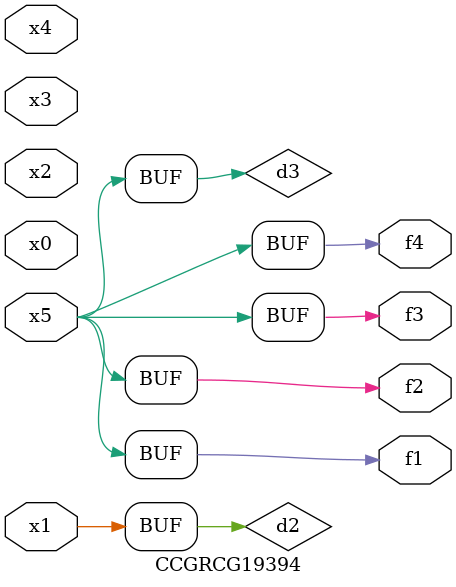
<source format=v>
module CCGRCG19394(
	input x0, x1, x2, x3, x4, x5,
	output f1, f2, f3, f4
);

	wire d1, d2, d3;

	not (d1, x5);
	or (d2, x1);
	xnor (d3, d1);
	assign f1 = d3;
	assign f2 = d3;
	assign f3 = d3;
	assign f4 = d3;
endmodule

</source>
